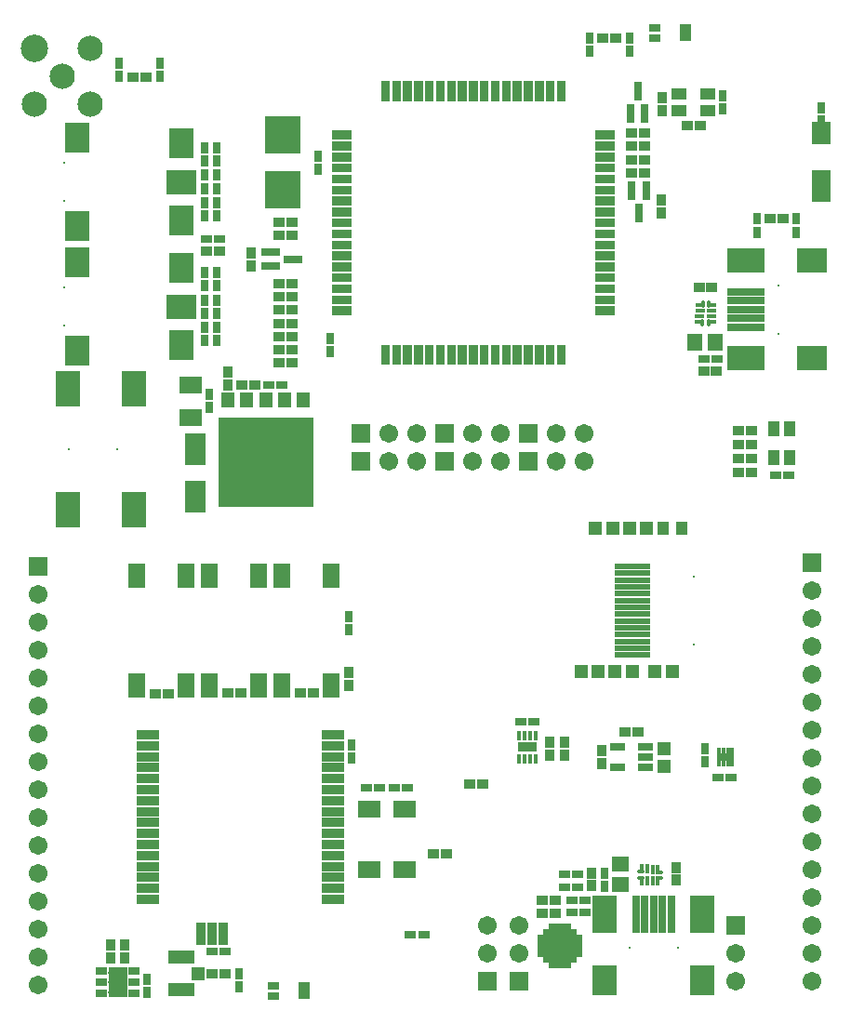
<source format=gts>
G04*
G04 #@! TF.GenerationSoftware,Altium Limited,Altium Designer,18.1.9 (240)*
G04*
G04 Layer_Color=8388736*
%FSLAX44Y44*%
%MOMM*%
G71*
G01*
G75*
%ADD31R,1.0000X0.6500*%
%ADD32R,1.0000X1.6000*%
%ADD75R,0.9032X1.1032*%
%ADD76R,0.7032X1.7032*%
%ADD77R,0.8032X1.0032*%
%ADD78R,1.0032X0.9032*%
%ADD79R,0.9032X1.0032*%
%ADD80R,1.0032X0.8032*%
%ADD81R,2.2032X3.2032*%
%ADD82R,1.2032X1.4032*%
%ADD83R,8.6532X8.2032*%
%ADD84R,2.0032X1.5032*%
%ADD85R,1.9532X2.8532*%
%ADD86R,1.7032X0.7032*%
%ADD87R,3.2032X3.4032*%
%ADD88R,1.4032X1.0032*%
%ADD89R,1.7032X0.9532*%
%ADD90R,0.4032X0.9032*%
%ADD91R,1.2032X1.2032*%
%ADD92R,1.2032X1.2032*%
%ADD93R,1.4032X0.7532*%
%ADD94R,1.1032X1.2032*%
%ADD95R,3.2032X0.5232*%
%ADD96R,1.8032X2.9032*%
%ADD97R,1.8032X2.0032*%
G04:AMPARAMS|DCode=98|XSize=0.4032mm|YSize=0.6032mm|CornerRadius=0.1216mm|HoleSize=0mm|Usage=FLASHONLY|Rotation=180.000|XOffset=0mm|YOffset=0mm|HoleType=Round|Shape=RoundedRectangle|*
%AMROUNDEDRECTD98*
21,1,0.4032,0.3600,0,0,180.0*
21,1,0.1600,0.6032,0,0,180.0*
1,1,0.2432,-0.0800,0.1800*
1,1,0.2432,0.0800,0.1800*
1,1,0.2432,0.0800,-0.1800*
1,1,0.2432,-0.0800,-0.1800*
%
%ADD98ROUNDEDRECTD98*%
G04:AMPARAMS|DCode=99|XSize=0.4032mm|YSize=0.9032mm|CornerRadius=0.1216mm|HoleSize=0mm|Usage=FLASHONLY|Rotation=270.000|XOffset=0mm|YOffset=0mm|HoleType=Round|Shape=RoundedRectangle|*
%AMROUNDEDRECTD99*
21,1,0.4032,0.6600,0,0,270.0*
21,1,0.1600,0.9032,0,0,270.0*
1,1,0.2432,-0.3300,-0.0800*
1,1,0.2432,-0.3300,0.0800*
1,1,0.2432,0.3300,0.0800*
1,1,0.2432,0.3300,-0.0800*
%
%ADD99ROUNDEDRECTD99*%
%ADD100R,1.1032X0.9032*%
%ADD101R,2.7032X2.2032*%
%ADD102R,3.5032X2.2032*%
%ADD103R,3.5032X0.7032*%
%ADD104R,1.4032X1.6032*%
%ADD105R,2.8032X2.2032*%
%ADD106R,2.2032X2.7032*%
%ADD107R,2.2032X2.7532*%
%ADD108R,1.0032X1.4032*%
%ADD109R,2.4032X1.2532*%
%ADD110R,1.2532X1.2032*%
%ADD111R,1.6032X2.3032*%
%ADD112R,0.9032X2.0532*%
%ADD113R,2.0532X0.9032*%
G04:AMPARAMS|DCode=114|XSize=0.4032mm|YSize=0.6032mm|CornerRadius=0.1216mm|HoleSize=0mm|Usage=FLASHONLY|Rotation=90.000|XOffset=0mm|YOffset=0mm|HoleType=Round|Shape=RoundedRectangle|*
%AMROUNDEDRECTD114*
21,1,0.4032,0.3600,0,0,90.0*
21,1,0.1600,0.6032,0,0,90.0*
1,1,0.2432,0.1800,0.0800*
1,1,0.2432,0.1800,-0.0800*
1,1,0.2432,-0.1800,-0.0800*
1,1,0.2432,-0.1800,0.0800*
%
%ADD114ROUNDEDRECTD114*%
G04:AMPARAMS|DCode=115|XSize=0.4032mm|YSize=0.9032mm|CornerRadius=0.1216mm|HoleSize=0mm|Usage=FLASHONLY|Rotation=180.000|XOffset=0mm|YOffset=0mm|HoleType=Round|Shape=RoundedRectangle|*
%AMROUNDEDRECTD115*
21,1,0.4032,0.6600,0,0,180.0*
21,1,0.1600,0.9032,0,0,180.0*
1,1,0.2432,-0.0800,0.3300*
1,1,0.2432,0.0800,0.3300*
1,1,0.2432,0.0800,-0.3300*
1,1,0.2432,-0.0800,-0.3300*
%
%ADD115ROUNDEDRECTD115*%
%ADD116R,1.6032X1.4032*%
%ADD117R,2.2032X3.5032*%
%ADD118R,0.7032X3.5032*%
%ADD119R,1.6432X0.6432*%
%ADD120R,0.4032X0.5532*%
%ADD121R,2.0032X2.0032*%
%ADD122R,0.5032X1.1032*%
%ADD123R,0.5032X0.5032*%
%ADD124R,0.5032X0.5032*%
%ADD125R,1.1032X0.5032*%
%ADD126R,2.1032X1.5032*%
%ADD127R,1.0532X0.6532*%
%ADD128R,1.8032X2.7032*%
%ADD129R,1.7032X1.7032*%
%ADD130C,1.7032*%
%ADD131C,0.2032*%
%ADD132R,1.7032X1.7032*%
%ADD133C,2.3032*%
%ADD134C,2.5032*%
%ADD135C,0.8032*%
G36*
X503100Y823300D02*
X495100D01*
Y841300D01*
X503100D01*
Y823300D01*
D02*
G37*
G36*
X493100D02*
X485100D01*
Y841300D01*
X493100D01*
Y823300D01*
D02*
G37*
G36*
X483100D02*
X475100D01*
Y841300D01*
X483100D01*
Y823300D01*
D02*
G37*
G36*
X473100D02*
X465100D01*
Y841300D01*
X473100D01*
Y823300D01*
D02*
G37*
G36*
X463100D02*
X455100D01*
Y841300D01*
X463100D01*
Y823300D01*
D02*
G37*
G36*
X453100D02*
X445100D01*
Y841300D01*
X453100D01*
Y823300D01*
D02*
G37*
G36*
X443100D02*
X435100D01*
Y841300D01*
X443100D01*
Y823300D01*
D02*
G37*
G36*
X433100D02*
X425100D01*
Y841300D01*
X433100D01*
Y823300D01*
D02*
G37*
G36*
X423100D02*
X415100D01*
Y841300D01*
X423100D01*
Y823300D01*
D02*
G37*
G36*
X413100D02*
X405100D01*
Y841300D01*
X413100D01*
Y823300D01*
D02*
G37*
G36*
X403100D02*
X395100D01*
Y841300D01*
X403100D01*
Y823300D01*
D02*
G37*
G36*
X393100D02*
X385100D01*
Y841300D01*
X393100D01*
Y823300D01*
D02*
G37*
G36*
X383100D02*
X375100D01*
Y841300D01*
X383100D01*
Y823300D01*
D02*
G37*
G36*
X373100D02*
X365100D01*
Y841300D01*
X373100D01*
Y823300D01*
D02*
G37*
G36*
X363100D02*
X355100D01*
Y841300D01*
X363100D01*
Y823300D01*
D02*
G37*
G36*
X353100D02*
X345100D01*
Y841300D01*
X353100D01*
Y823300D01*
D02*
G37*
G36*
X343100D02*
X335100D01*
Y841300D01*
X343100D01*
Y823300D01*
D02*
G37*
G36*
X548100Y788300D02*
X530100D01*
Y796300D01*
X548100D01*
Y788300D01*
D02*
G37*
G36*
X308100D02*
X290100D01*
Y796300D01*
X308100D01*
Y788300D01*
D02*
G37*
G36*
X548100Y778300D02*
X530100D01*
Y786300D01*
X548100D01*
Y778300D01*
D02*
G37*
G36*
X308100D02*
X290100D01*
Y786300D01*
X308100D01*
Y778300D01*
D02*
G37*
G36*
X548100Y768300D02*
X530100D01*
Y776300D01*
X548100D01*
Y768300D01*
D02*
G37*
G36*
X308100D02*
X290100D01*
Y776300D01*
X308100D01*
Y768300D01*
D02*
G37*
G36*
X548100Y758300D02*
X530100D01*
Y766300D01*
X548100D01*
Y758300D01*
D02*
G37*
G36*
X308100D02*
X290100D01*
Y766300D01*
X308100D01*
Y758300D01*
D02*
G37*
G36*
X548100Y748300D02*
X530100D01*
Y756300D01*
X548100D01*
Y748300D01*
D02*
G37*
G36*
X308100D02*
X290100D01*
Y756300D01*
X308100D01*
Y748300D01*
D02*
G37*
G36*
X548100Y738300D02*
X530100D01*
Y746300D01*
X548100D01*
Y738300D01*
D02*
G37*
G36*
X308100D02*
X290100D01*
Y746300D01*
X308100D01*
Y738300D01*
D02*
G37*
G36*
X548100Y728300D02*
X530100D01*
Y736300D01*
X548100D01*
Y728300D01*
D02*
G37*
G36*
X308100D02*
X290100D01*
Y736300D01*
X308100D01*
Y728300D01*
D02*
G37*
G36*
X548100Y718300D02*
X530100D01*
Y726300D01*
X548100D01*
Y718300D01*
D02*
G37*
G36*
X308100D02*
X290100D01*
Y726300D01*
X308100D01*
Y718300D01*
D02*
G37*
G36*
X548100Y708300D02*
X530100D01*
Y716300D01*
X548100D01*
Y708300D01*
D02*
G37*
G36*
X308100D02*
X290100D01*
Y716300D01*
X308100D01*
Y708300D01*
D02*
G37*
G36*
X548100Y698300D02*
X530100D01*
Y706300D01*
X548100D01*
Y698300D01*
D02*
G37*
G36*
X308100D02*
X290100D01*
Y706300D01*
X308100D01*
Y698300D01*
D02*
G37*
G36*
X548100Y688300D02*
X530100D01*
Y696300D01*
X548100D01*
Y688300D01*
D02*
G37*
G36*
X308100D02*
X290100D01*
Y696300D01*
X308100D01*
Y688300D01*
D02*
G37*
G36*
X548100Y678300D02*
X530100D01*
Y686300D01*
X548100D01*
Y678300D01*
D02*
G37*
G36*
X308100D02*
X290100D01*
Y686300D01*
X308100D01*
Y678300D01*
D02*
G37*
G36*
X548100Y668300D02*
X530100D01*
Y676300D01*
X548100D01*
Y668300D01*
D02*
G37*
G36*
X308100D02*
X290100D01*
Y676300D01*
X308100D01*
Y668300D01*
D02*
G37*
G36*
X548100Y658300D02*
X530100D01*
Y666300D01*
X548100D01*
Y658300D01*
D02*
G37*
G36*
X308100D02*
X290100D01*
Y666300D01*
X308100D01*
Y658300D01*
D02*
G37*
G36*
X548100Y648300D02*
X530100D01*
Y656300D01*
X548100D01*
Y648300D01*
D02*
G37*
G36*
X308100D02*
X290100D01*
Y656300D01*
X308100D01*
Y648300D01*
D02*
G37*
G36*
X548100Y638300D02*
X530100D01*
Y646300D01*
X548100D01*
Y638300D01*
D02*
G37*
G36*
X308100D02*
X290100D01*
Y646300D01*
X308100D01*
Y638300D01*
D02*
G37*
G36*
X548100Y628300D02*
X530100D01*
Y636300D01*
X548100D01*
Y628300D01*
D02*
G37*
G36*
X308100D02*
X290100D01*
Y636300D01*
X308100D01*
Y628300D01*
D02*
G37*
G36*
X503100Y583300D02*
X495100D01*
Y601300D01*
X503100D01*
Y583300D01*
D02*
G37*
G36*
X493100D02*
X485100D01*
Y601300D01*
X493100D01*
Y583300D01*
D02*
G37*
G36*
X483100D02*
X475100D01*
Y601300D01*
X483100D01*
Y583300D01*
D02*
G37*
G36*
X473100D02*
X465100D01*
Y601300D01*
X473100D01*
Y583300D01*
D02*
G37*
G36*
X463100D02*
X455100D01*
Y601300D01*
X463100D01*
Y583300D01*
D02*
G37*
G36*
X453100D02*
X445100D01*
Y601300D01*
X453100D01*
Y583300D01*
D02*
G37*
G36*
X443100D02*
X435100D01*
Y601300D01*
X443100D01*
Y583300D01*
D02*
G37*
G36*
X433100D02*
X425100D01*
Y601300D01*
X433100D01*
Y583300D01*
D02*
G37*
G36*
X423100D02*
X415100D01*
Y601300D01*
X423100D01*
Y583300D01*
D02*
G37*
G36*
X413100D02*
X405100D01*
Y601300D01*
X413100D01*
Y583300D01*
D02*
G37*
G36*
X403100D02*
X395100D01*
Y601300D01*
X403100D01*
Y583300D01*
D02*
G37*
G36*
X393100D02*
X385100D01*
Y601300D01*
X393100D01*
Y583300D01*
D02*
G37*
G36*
X383100D02*
X375100D01*
Y601300D01*
X383100D01*
Y583300D01*
D02*
G37*
G36*
X373100D02*
X365100D01*
Y601300D01*
X373100D01*
Y583300D01*
D02*
G37*
G36*
X363100D02*
X355100D01*
Y601300D01*
X363100D01*
Y583300D01*
D02*
G37*
G36*
X353100D02*
X345100D01*
Y601300D01*
X353100D01*
Y583300D01*
D02*
G37*
G36*
X343100D02*
X335100D01*
Y601300D01*
X343100D01*
Y583300D01*
D02*
G37*
D31*
X584230Y890100D02*
D03*
Y880700D02*
D03*
X237100Y8578D02*
D03*
Y17978D02*
D03*
D32*
X612200Y885400D02*
D03*
X265070Y13278D02*
D03*
D75*
X603600Y125080D02*
D03*
Y114080D02*
D03*
X526800Y120080D02*
D03*
Y109080D02*
D03*
D76*
X562300Y812371D02*
D03*
X575300D02*
D03*
X568800Y832371D02*
D03*
X570000Y721500D02*
D03*
X563500Y741500D02*
D03*
X576500D02*
D03*
D77*
X646200Y828000D02*
D03*
Y816000D02*
D03*
X179000Y544000D02*
D03*
Y556000D02*
D03*
X278000Y773000D02*
D03*
Y761000D02*
D03*
X561000Y868700D02*
D03*
Y880700D02*
D03*
X525000Y868700D02*
D03*
Y880700D02*
D03*
X97000Y857600D02*
D03*
Y845600D02*
D03*
X133500Y857800D02*
D03*
Y845800D02*
D03*
X713000Y704000D02*
D03*
Y716000D02*
D03*
X677000Y704000D02*
D03*
Y716000D02*
D03*
X288914Y607316D02*
D03*
Y595316D02*
D03*
X736000Y817000D02*
D03*
Y805000D02*
D03*
X174600Y655050D02*
D03*
Y667050D02*
D03*
X185600Y655050D02*
D03*
Y667050D02*
D03*
X174600Y605050D02*
D03*
Y617050D02*
D03*
X185600Y605050D02*
D03*
Y617050D02*
D03*
X185600Y768700D02*
D03*
Y780700D02*
D03*
X174600Y768700D02*
D03*
Y780700D02*
D03*
Y743700D02*
D03*
Y755700D02*
D03*
X185600Y743700D02*
D03*
Y755700D02*
D03*
Y718700D02*
D03*
Y730700D02*
D03*
X174600Y718700D02*
D03*
Y730700D02*
D03*
X174600Y630050D02*
D03*
Y642050D02*
D03*
X185600Y630050D02*
D03*
Y642050D02*
D03*
X630000Y234000D02*
D03*
Y222000D02*
D03*
X206105Y17026D02*
D03*
Y29025D02*
D03*
X305460Y341980D02*
D03*
Y353980D02*
D03*
X308450Y225000D02*
D03*
Y237000D02*
D03*
X538300Y108580D02*
D03*
Y120580D02*
D03*
X121600Y23800D02*
D03*
Y11800D02*
D03*
D78*
X575000Y782300D02*
D03*
X563000D02*
D03*
X626000Y801000D02*
D03*
X614000D02*
D03*
X575000Y770000D02*
D03*
X563000D02*
D03*
X563000Y794000D02*
D03*
X575000D02*
D03*
X563000Y758000D02*
D03*
X575000D02*
D03*
X188000Y686300D02*
D03*
X176000D02*
D03*
X208000Y565000D02*
D03*
X220000D02*
D03*
X242000Y701000D02*
D03*
X254000D02*
D03*
X254000Y633000D02*
D03*
X242000D02*
D03*
X254000Y621000D02*
D03*
X242000D02*
D03*
Y657000D02*
D03*
X254000D02*
D03*
Y585000D02*
D03*
X242000D02*
D03*
X254000Y597000D02*
D03*
X242000D02*
D03*
X254000Y609000D02*
D03*
X242000D02*
D03*
Y645000D02*
D03*
X254000D02*
D03*
X557200Y249000D02*
D03*
X569200D02*
D03*
X254000Y713000D02*
D03*
X242000D02*
D03*
X537000Y880700D02*
D03*
X549000D02*
D03*
X109100Y845300D02*
D03*
X121100D02*
D03*
X689000Y716000D02*
D03*
X701000D02*
D03*
X141280Y283924D02*
D03*
X129280D02*
D03*
X672290Y497640D02*
D03*
X660290D02*
D03*
X672290Y485000D02*
D03*
X660290D02*
D03*
X672290Y510340D02*
D03*
X660290D02*
D03*
X195320Y284480D02*
D03*
X207320D02*
D03*
X672290Y523040D02*
D03*
X660290D02*
D03*
X261360Y284480D02*
D03*
X273360D02*
D03*
X193220Y29025D02*
D03*
X181220D02*
D03*
X416000Y201165D02*
D03*
X428000D02*
D03*
X395000Y138000D02*
D03*
X383000D02*
D03*
X493630Y95980D02*
D03*
X481630D02*
D03*
X481630Y83980D02*
D03*
X493630D02*
D03*
D79*
X590500Y733300D02*
D03*
Y721300D02*
D03*
X591000Y814200D02*
D03*
Y826200D02*
D03*
X196000Y565000D02*
D03*
Y577000D02*
D03*
X217000Y685000D02*
D03*
Y673000D02*
D03*
X536200Y220000D02*
D03*
Y232000D02*
D03*
X489000Y228000D02*
D03*
Y240000D02*
D03*
X501800Y228000D02*
D03*
Y240000D02*
D03*
X305460Y291180D02*
D03*
Y303180D02*
D03*
X101560Y55038D02*
D03*
Y43038D02*
D03*
X89010Y55038D02*
D03*
Y43038D02*
D03*
D80*
X233000Y565000D02*
D03*
X245000D02*
D03*
X176000Y698000D02*
D03*
X188000D02*
D03*
X474200Y258000D02*
D03*
X462200D02*
D03*
X321800Y198000D02*
D03*
X333800D02*
D03*
X641000Y588700D02*
D03*
X629000D02*
D03*
X654000Y207200D02*
D03*
X642000D02*
D03*
X706000Y482400D02*
D03*
X694000D02*
D03*
X181220Y49450D02*
D03*
X193220D02*
D03*
X359060Y198120D02*
D03*
X347060D02*
D03*
X362000Y64310D02*
D03*
X374000D02*
D03*
X502260Y119060D02*
D03*
X514260D02*
D03*
X502260Y107630D02*
D03*
X514260D02*
D03*
X509000Y85000D02*
D03*
X521000D02*
D03*
X509000Y96000D02*
D03*
X521000D02*
D03*
D81*
X50000Y451000D02*
D03*
Y561000D02*
D03*
X110000Y451000D02*
D03*
Y561000D02*
D03*
D82*
X264000Y551000D02*
D03*
X247000D02*
D03*
X230000D02*
D03*
X213000D02*
D03*
X196000D02*
D03*
D83*
X230000Y494450D02*
D03*
D84*
X162000Y535500D02*
D03*
Y564500D02*
D03*
D85*
X166000Y463500D02*
D03*
Y506500D02*
D03*
D86*
X235000Y685700D02*
D03*
Y672700D02*
D03*
X255000Y679200D02*
D03*
D87*
X246000Y742300D02*
D03*
Y792300D02*
D03*
D88*
X632500Y814500D02*
D03*
Y829500D02*
D03*
X606100D02*
D03*
Y814500D02*
D03*
D89*
X468200Y235000D02*
D03*
D90*
X475700Y245500D02*
D03*
X470700D02*
D03*
X465700D02*
D03*
X460700D02*
D03*
X475700Y224500D02*
D03*
X470700D02*
D03*
X465700D02*
D03*
X460700D02*
D03*
D91*
X517000Y304000D02*
D03*
X533000D02*
D03*
X546000Y434000D02*
D03*
X530000D02*
D03*
X577000D02*
D03*
X561000D02*
D03*
X564000Y304000D02*
D03*
X548000D02*
D03*
X584000D02*
D03*
X600000D02*
D03*
D92*
X592800Y217800D02*
D03*
Y233800D02*
D03*
D93*
X575800Y216600D02*
D03*
Y226100D02*
D03*
Y235600D02*
D03*
X550800D02*
D03*
Y216600D02*
D03*
D94*
X591500Y434000D02*
D03*
X608500D02*
D03*
D95*
X564000Y319000D02*
D03*
Y325200D02*
D03*
Y331400D02*
D03*
Y337600D02*
D03*
Y343800D02*
D03*
Y350000D02*
D03*
Y356200D02*
D03*
Y362400D02*
D03*
Y368600D02*
D03*
Y374800D02*
D03*
Y381000D02*
D03*
Y387200D02*
D03*
Y393400D02*
D03*
Y399600D02*
D03*
D96*
X736000Y745500D02*
D03*
D97*
Y794000D02*
D03*
D98*
X627600Y621600D02*
D03*
X628100Y638600D02*
D03*
X633600Y621600D02*
D03*
Y638600D02*
D03*
D99*
X625600Y637600D02*
D03*
Y632600D02*
D03*
X625100Y622600D02*
D03*
Y627600D02*
D03*
X636100Y632600D02*
D03*
Y627600D02*
D03*
Y622600D02*
D03*
Y637600D02*
D03*
D100*
X624500Y654000D02*
D03*
X635500D02*
D03*
X629500Y577200D02*
D03*
X640500D02*
D03*
D101*
X727000Y589100D02*
D03*
Y678100D02*
D03*
D102*
X667000D02*
D03*
Y589100D02*
D03*
D103*
Y617600D02*
D03*
Y625600D02*
D03*
Y633600D02*
D03*
Y641600D02*
D03*
Y649600D02*
D03*
D104*
X621100Y603700D02*
D03*
X639100D02*
D03*
D105*
X153300Y636150D02*
D03*
X153300Y749550D02*
D03*
D106*
X153300Y601150D02*
D03*
Y671150D02*
D03*
X153300Y784550D02*
D03*
Y714550D02*
D03*
X538700Y22580D02*
D03*
X627700D02*
D03*
D107*
X58300Y676400D02*
D03*
Y595900D02*
D03*
X58300Y709300D02*
D03*
Y789800D02*
D03*
D108*
X692460Y524910D02*
D03*
X707460D02*
D03*
Y498510D02*
D03*
X692460D02*
D03*
D109*
X152970Y44275D02*
D03*
Y14776D02*
D03*
D110*
X168220Y29025D02*
D03*
D111*
X157780Y390920D02*
D03*
X112780D02*
D03*
Y290920D02*
D03*
X157780D02*
D03*
X178820Y290916D02*
D03*
X223820D02*
D03*
Y390916D02*
D03*
X178820D02*
D03*
X244860Y290920D02*
D03*
X289860D02*
D03*
Y390920D02*
D03*
X244860D02*
D03*
D112*
X191100Y65300D02*
D03*
X181100D02*
D03*
X171100D02*
D03*
D113*
X123150Y246450D02*
D03*
Y236450D02*
D03*
Y226450D02*
D03*
Y216450D02*
D03*
Y206450D02*
D03*
Y196450D02*
D03*
Y186450D02*
D03*
Y176450D02*
D03*
Y166450D02*
D03*
Y156450D02*
D03*
Y146450D02*
D03*
Y136450D02*
D03*
Y126450D02*
D03*
Y116450D02*
D03*
Y106450D02*
D03*
Y96450D02*
D03*
X291150D02*
D03*
Y106450D02*
D03*
Y116450D02*
D03*
Y126450D02*
D03*
Y136450D02*
D03*
Y146450D02*
D03*
Y156450D02*
D03*
Y166450D02*
D03*
Y176450D02*
D03*
Y186450D02*
D03*
Y196450D02*
D03*
Y206450D02*
D03*
Y216450D02*
D03*
Y226450D02*
D03*
Y236450D02*
D03*
Y246450D02*
D03*
D114*
X571200Y121980D02*
D03*
X588200Y121480D02*
D03*
X571200Y115980D02*
D03*
X588200D02*
D03*
D115*
X587200Y123980D02*
D03*
X572200Y124480D02*
D03*
X582200Y113480D02*
D03*
X577200D02*
D03*
X572200D02*
D03*
X587200D02*
D03*
X577200Y124480D02*
D03*
X582200Y123980D02*
D03*
D116*
X553300Y110480D02*
D03*
Y128480D02*
D03*
D117*
X627700Y82580D02*
D03*
X538700D02*
D03*
D118*
X567200D02*
D03*
X575200D02*
D03*
X583200D02*
D03*
X591200D02*
D03*
X599200D02*
D03*
D119*
X648800Y226000D02*
D03*
D120*
X654800Y232100D02*
D03*
X650800D02*
D03*
X646800D02*
D03*
X642800D02*
D03*
X642800Y219900D02*
D03*
X646800D02*
D03*
X650800D02*
D03*
X654800D02*
D03*
D121*
X498000Y54310D02*
D03*
D122*
X500500Y38810D02*
D03*
X495500D02*
D03*
X505500D02*
D03*
X490500D02*
D03*
X505500Y69810D02*
D03*
X490500D02*
D03*
X500500D02*
D03*
X495500D02*
D03*
D123*
X485500Y41810D02*
D03*
X510500Y66810D02*
D03*
D124*
Y41810D02*
D03*
X485500Y66810D02*
D03*
D125*
X513500Y46810D02*
D03*
Y51810D02*
D03*
X482500Y61810D02*
D03*
Y46810D02*
D03*
Y56810D02*
D03*
Y51810D02*
D03*
X513500Y61810D02*
D03*
Y56810D02*
D03*
D126*
X324710Y123630D02*
D03*
Y178630D02*
D03*
X356710D02*
D03*
Y123630D02*
D03*
D127*
X109860Y31098D02*
D03*
Y21098D02*
D03*
Y11098D02*
D03*
X80860D02*
D03*
Y21098D02*
D03*
Y31098D02*
D03*
D128*
X95360Y21098D02*
D03*
D129*
X460299Y22301D02*
D03*
X431997Y22300D02*
D03*
X658000Y73099D02*
D03*
X727100Y403300D02*
D03*
X23000Y399600D02*
D03*
D130*
X460299Y47701D02*
D03*
Y73101D02*
D03*
X431997Y47700D02*
D03*
Y73100D02*
D03*
X367501Y495001D02*
D03*
X342101D02*
D03*
X367501Y520401D02*
D03*
X342101D02*
D03*
X519900Y494999D02*
D03*
X494500D02*
D03*
X519900Y520400D02*
D03*
X494500D02*
D03*
X443699Y495000D02*
D03*
X418299D02*
D03*
X443699Y520399D02*
D03*
X418299D02*
D03*
X658000Y22299D02*
D03*
Y47699D02*
D03*
X727100Y377900D02*
D03*
Y352500D02*
D03*
Y327100D02*
D03*
Y301700D02*
D03*
Y276300D02*
D03*
Y250900D02*
D03*
Y225500D02*
D03*
Y200100D02*
D03*
Y174700D02*
D03*
Y149300D02*
D03*
Y123900D02*
D03*
Y98500D02*
D03*
Y73100D02*
D03*
Y47700D02*
D03*
Y22300D02*
D03*
X23000Y18600D02*
D03*
Y44000D02*
D03*
Y69400D02*
D03*
Y94800D02*
D03*
Y120200D02*
D03*
Y145600D02*
D03*
Y171000D02*
D03*
Y196400D02*
D03*
Y221800D02*
D03*
Y247200D02*
D03*
Y272600D02*
D03*
Y298000D02*
D03*
Y323400D02*
D03*
Y348800D02*
D03*
Y374200D02*
D03*
D131*
X51000Y506000D02*
D03*
X95000D02*
D03*
X620000Y328300D02*
D03*
Y390300D02*
D03*
X697000Y655600D02*
D03*
Y611600D02*
D03*
X46300Y618650D02*
D03*
Y653650D02*
D03*
X46300Y767050D02*
D03*
Y732050D02*
D03*
X605200Y52580D02*
D03*
X561200D02*
D03*
D132*
X316701Y495001D02*
D03*
Y520401D02*
D03*
X469100Y494999D02*
D03*
Y520400D02*
D03*
X392899Y495000D02*
D03*
Y520399D02*
D03*
D133*
X44600Y845600D02*
D03*
X19200Y820200D02*
D03*
X70000D02*
D03*
Y871000D02*
D03*
D134*
X19200D02*
D03*
D135*
X91000Y12000D02*
D03*
X100000D02*
D03*
Y21000D02*
D03*
X91000D02*
D03*
Y30000D02*
D03*
X100000D02*
D03*
X217300Y458100D02*
D03*
X240600D02*
D03*
X263900D02*
D03*
X217300Y481400D02*
D03*
X240600D02*
D03*
X263900D02*
D03*
X217300Y504700D02*
D03*
X240600D02*
D03*
X263900D02*
D03*
X194000D02*
D03*
Y481400D02*
D03*
Y458100D02*
D03*
Y528000D02*
D03*
X263900D02*
D03*
X240600D02*
D03*
X217300D02*
D03*
M02*

</source>
